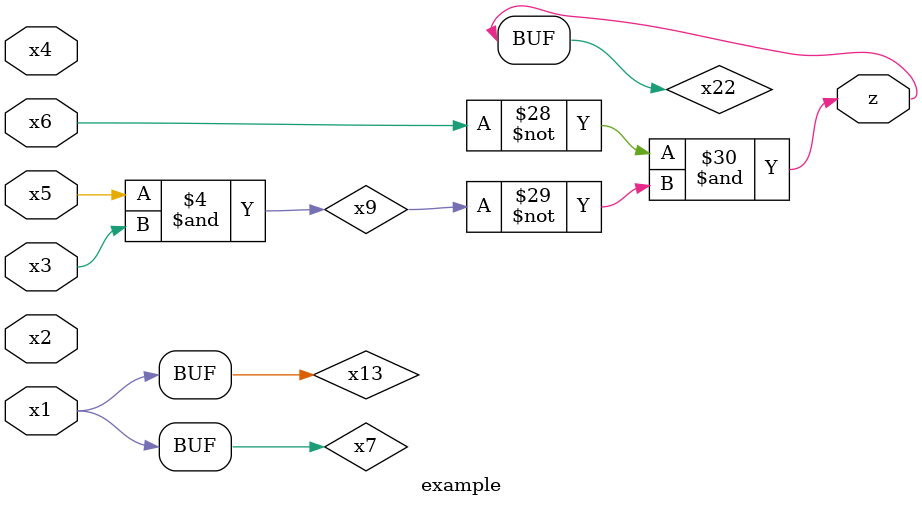
<source format=v>
module example (x1, x2, x3, x4, x5, x6, z);
    input x1, x2, x3, x4, x5, x6;
    output z;
    wire x7, x8, x9, x10, x11, x12, x13, x14, x15, x16, x17, x18, x19, x20, x21, x22, x23, x24, x25;
    assign x7 =  x1 &  x1;
    assign x8 = ~x4 &  x2;
    assign x9 =  x5 &  x3;
    assign x10 = ~x1 & ~x1;
    assign x11 = ~x7 &  x2;
    assign x12 =  x8 &  x3;
    assign x13 =  x1 &  x1;
    assign x14 =  x10 &  x2;
    assign x15 = ~x11 &  x3;
    assign x16 = ~x1 & ~x1;
    assign x17 =  x13 &  x2;
    assign x18 = ~x14 &  x3;
    assign x19 = ~x1 & ~x1;
    assign x20 = ~x16 &  x2;
    assign x21 = ~x17 &  x3;
    assign x22 = ~x6 & ~x9;
    assign x23 =  x19 & ~x12;
    assign x24 =  x20 & ~x15;
    assign x25 =  x21 & ~x18;
    assign z =  x22;
    
endmodule


</source>
